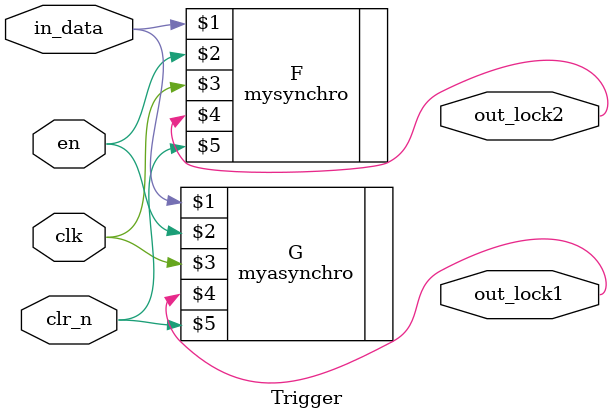
<source format=v>
module Trigger(in_data,en,clk,out_lock2,out_lock1,clr_n);
input in_data,en,clk,clr_n;
output wire out_lock2,out_lock1;


myasynchro G(in_data,en,clk,out_lock1,clr_n);
mysynchro F(in_data,en,clk,out_lock2,clr_n);

endmodule 
</source>
